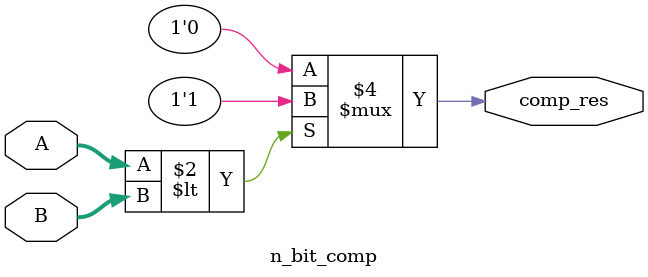
<source format=v>
`timescale 1ns / 1ps

// n bit comparator module to comparing two nbit values if the first is less than the second it gives one else give zero 
module n_bit_comp#(parameter WIDTH = 8)( // define a default width
 input [WIDTH-1:0] A,B,
 output reg comp_res
 );
 always@(A,B)
 begin
 if(A<B)
 comp_res=1'b1; //output equal one as A less than B
 else
  comp_res=1'b0; // output = zero as B equal or larger than A
end
 
 
endmodule

</source>
